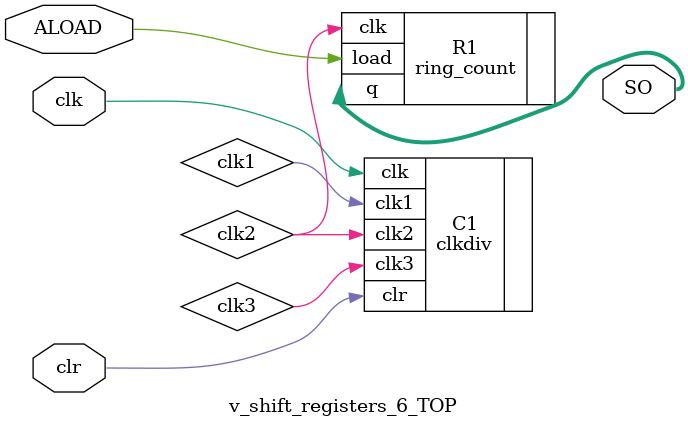
<source format=v>
`timescale 1ns / 1ps
module v_shift_registers_6_TOP(
		input clk, ALOAD, clr,
		output [7:0] SO
    );

wire clk1,clk2,clk3;

clkdiv C1(.clk(clk), .clr(clr), .clk1(clk1), .clk2(clk2), .clk3(clk3));
ring_count R1(.clk(clk2), .load(ALOAD), .q(SO));

endmodule

</source>
